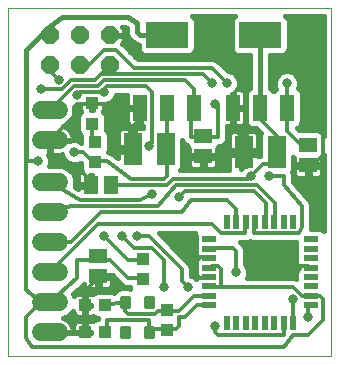
<source format=gtl>
G75*
%MOIN*%
%OFA0B0*%
%FSLAX24Y24*%
%IPPOS*%
%LPD*%
%AMOC8*
5,1,8,0,0,1.08239X$1,22.5*
%
%ADD10C,0.0000*%
%ADD11R,0.0500X0.0220*%
%ADD12R,0.0220X0.0500*%
%ADD13C,0.0175*%
%ADD14R,0.0433X0.0394*%
%ADD15R,0.0591X0.0512*%
%ADD16R,0.0425X0.0413*%
%ADD17C,0.0600*%
%ADD18R,0.0480X0.0880*%
%ADD19R,0.1417X0.0866*%
%ADD20R,0.0630X0.1063*%
%ADD21R,0.0512X0.0591*%
%ADD22OC8,0.0600*%
%ADD23C,0.0120*%
%ADD24C,0.0317*%
%ADD25C,0.0160*%
D10*
X000180Y000547D02*
X000180Y012143D01*
X010950Y012143D01*
X010950Y000547D01*
X000180Y000547D01*
D11*
X006890Y002245D03*
X006890Y002560D03*
X006890Y002875D03*
X006890Y003190D03*
X006890Y003504D03*
X006890Y003819D03*
X006890Y004134D03*
X006890Y004449D03*
X010270Y004449D03*
X010270Y004134D03*
X010270Y003819D03*
X010270Y003504D03*
X010270Y003190D03*
X010270Y002875D03*
X010270Y002560D03*
X010270Y002245D03*
D12*
X009682Y001657D03*
X009367Y001657D03*
X009052Y001657D03*
X008737Y001657D03*
X008423Y001657D03*
X008108Y001657D03*
X007793Y001657D03*
X007478Y001657D03*
X007478Y005037D03*
X007793Y005037D03*
X008108Y005037D03*
X008423Y005037D03*
X008737Y005037D03*
X009052Y005037D03*
X009367Y005037D03*
X009682Y005037D03*
D13*
X004968Y002485D02*
X004968Y002209D01*
X004792Y002209D01*
X004792Y002485D01*
X004968Y002485D01*
X004968Y002383D02*
X004792Y002383D01*
X004168Y002485D02*
X004168Y002209D01*
X003992Y002209D01*
X003992Y002485D01*
X004168Y002485D01*
X004168Y002383D02*
X003992Y002383D01*
X004168Y001485D02*
X004168Y001209D01*
X003992Y001209D01*
X003992Y001485D01*
X004168Y001485D01*
X004168Y001383D02*
X003992Y001383D01*
X004968Y001485D02*
X004968Y001209D01*
X004792Y001209D01*
X004792Y001485D01*
X004968Y001485D01*
X004968Y001383D02*
X004792Y001383D01*
D14*
X005480Y001412D03*
X005480Y002082D03*
X004680Y003112D03*
X004680Y003782D03*
X003415Y002247D03*
X002745Y002247D03*
X002745Y001347D03*
X003415Y001347D03*
X003080Y007012D03*
X003080Y007682D03*
D15*
X003180Y003882D03*
X003180Y003212D03*
X006680Y007212D03*
X006680Y007882D03*
X010180Y007582D03*
X010180Y006912D03*
D16*
X002980Y008303D03*
X002980Y008992D03*
D17*
X001880Y008747D02*
X001280Y008747D01*
X001280Y007747D02*
X001880Y007747D01*
X001880Y006347D02*
X001280Y006347D01*
X001280Y005347D02*
X001880Y005347D01*
X001880Y004347D02*
X001280Y004347D01*
X001280Y003347D02*
X001880Y003347D01*
X001880Y002347D02*
X001280Y002347D01*
X001280Y001347D02*
X001880Y001347D01*
D18*
X004570Y008827D03*
X005480Y008827D03*
X006390Y008827D03*
X007670Y008827D03*
X008580Y008827D03*
X009490Y008827D03*
D19*
X008580Y011267D03*
X005480Y011267D03*
D20*
X005431Y007447D03*
X004329Y007447D03*
X008029Y007347D03*
X009131Y007347D03*
D21*
X003615Y006247D03*
X002945Y006247D03*
D22*
X002580Y010247D03*
X002580Y011247D03*
X001580Y011247D03*
X001580Y010247D03*
X003580Y010247D03*
X003580Y011247D03*
D23*
X003380Y010747D02*
X002880Y010247D01*
X002580Y010247D01*
X002280Y009747D02*
X003080Y009747D01*
X003280Y009947D01*
X006680Y009947D01*
X006980Y009647D01*
X006980Y010147D02*
X007480Y009647D01*
X007680Y009247D02*
X007680Y008847D01*
X007670Y008827D01*
X007680Y008747D01*
X007680Y008147D01*
X007980Y007847D01*
X007980Y007347D01*
X008029Y007347D01*
X008080Y007347D01*
X007980Y007247D01*
X006680Y007247D01*
X006680Y007212D01*
X006680Y007247D02*
X006280Y007247D01*
X006180Y007147D01*
X006180Y006847D01*
X006080Y006847D01*
X005680Y006447D02*
X005480Y006247D01*
X003615Y006247D01*
X003580Y006247D01*
X003080Y007012D02*
X002980Y007047D01*
X002680Y007347D01*
X002380Y007347D01*
X002380Y006947D02*
X001580Y006947D01*
X001580Y007747D01*
X002380Y008547D01*
X002380Y008847D01*
X002480Y008947D01*
X002980Y008947D01*
X002980Y008992D01*
X002980Y008947D02*
X003880Y008947D01*
X003980Y008847D01*
X004480Y008847D01*
X004570Y008827D01*
X004580Y008747D01*
X004580Y008447D01*
X004280Y008147D01*
X004280Y007447D01*
X004329Y007447D01*
X004880Y007547D02*
X004980Y007647D01*
X004980Y009347D01*
X004780Y009547D01*
X003480Y009547D01*
X003280Y009347D01*
X003380Y009347D01*
X003280Y009347D02*
X002580Y009347D01*
X002480Y009247D01*
X002380Y009547D02*
X001580Y008747D01*
X001280Y009447D02*
X001980Y009447D01*
X002280Y009747D01*
X002380Y009547D02*
X003180Y009547D01*
X003380Y009747D01*
X006080Y009747D01*
X006380Y009447D01*
X006380Y008847D01*
X006390Y008827D01*
X006280Y008747D01*
X006280Y007847D01*
X006680Y007847D01*
X006680Y007882D01*
X006680Y007847D02*
X007180Y007847D01*
X007180Y008947D01*
X007080Y008947D01*
X007680Y009247D02*
X007980Y009647D01*
X008580Y008827D02*
X008580Y008447D01*
X009180Y007847D01*
X009180Y007347D01*
X009131Y007347D01*
X009180Y007347D02*
X009180Y007047D01*
X009080Y006947D01*
X008680Y006947D01*
X008280Y006547D01*
X008180Y006447D01*
X005680Y006447D01*
X005480Y006547D02*
X005480Y007447D01*
X005431Y007447D01*
X005480Y007447D02*
X005480Y008827D01*
X004380Y010147D02*
X003780Y010747D01*
X003380Y010747D01*
X003580Y010247D02*
X003280Y009947D01*
X004380Y010147D02*
X006980Y010147D01*
X008480Y011247D02*
X008580Y011347D01*
X008480Y011247D02*
X008580Y011147D01*
X009480Y009647D02*
X009480Y008847D01*
X009490Y008827D01*
X009480Y008747D01*
X009480Y008047D01*
X009980Y007547D01*
X010180Y007547D01*
X010180Y007582D01*
X010680Y007247D02*
X010380Y006947D01*
X010215Y006947D01*
X010180Y006912D01*
X010680Y007247D02*
X010680Y007947D01*
X010180Y008247D01*
X009380Y006547D02*
X008880Y006547D01*
X008480Y006247D02*
X005780Y006247D01*
X005180Y005547D01*
X002280Y005547D01*
X001580Y005347D01*
X001580Y004347D02*
X002280Y004347D01*
X003280Y005347D01*
X005980Y005347D01*
X006280Y005747D01*
X007480Y005747D01*
X007780Y005447D01*
X007780Y005047D01*
X007793Y005037D01*
X008080Y004947D02*
X008080Y004647D01*
X007280Y004647D01*
X006980Y004947D01*
X003180Y004947D01*
X001580Y003347D01*
X002480Y003147D02*
X001580Y002347D01*
X001280Y002347D01*
X000780Y001847D01*
X000780Y001147D01*
X000980Y000847D01*
X009380Y000847D01*
X009680Y001247D01*
X010180Y001247D01*
X010680Y001747D01*
X010680Y002447D01*
X010580Y002547D01*
X010280Y002547D01*
X010270Y002560D01*
X010180Y002547D01*
X009980Y002547D01*
X009680Y002847D01*
X007280Y002847D01*
X007280Y003447D01*
X007180Y003547D01*
X006980Y003547D01*
X006890Y003504D01*
X006890Y003190D02*
X006880Y003147D01*
X006480Y003147D01*
X006480Y003847D01*
X006480Y004547D01*
X005880Y004547D01*
X005380Y003747D02*
X004980Y004147D01*
X004380Y004147D01*
X003980Y004547D01*
X004480Y004547D02*
X004880Y004547D01*
X005980Y003447D01*
X005980Y003047D01*
X006180Y002847D01*
X006380Y002547D02*
X005880Y002047D01*
X005480Y002047D01*
X005480Y002082D01*
X005480Y002047D02*
X005180Y002047D01*
X005080Y001947D01*
X004180Y001947D01*
X004080Y002047D01*
X004080Y002347D01*
X003415Y002247D01*
X003480Y001747D02*
X004880Y001747D01*
X004880Y001347D01*
X004880Y001447D01*
X005480Y001447D01*
X005480Y001412D01*
X005480Y001447D02*
X005780Y001447D01*
X005880Y001547D01*
X005880Y001847D01*
X006080Y001847D01*
X006480Y002247D01*
X006880Y002247D01*
X006890Y002245D01*
X006880Y002547D02*
X006890Y002560D01*
X006880Y002547D02*
X006380Y002547D01*
X006890Y002875D02*
X006980Y002847D01*
X007280Y002847D01*
X007780Y003347D02*
X007780Y004047D01*
X007680Y004147D01*
X006980Y004147D01*
X006890Y004134D01*
X006880Y003847D02*
X006890Y003819D01*
X006880Y003847D02*
X006480Y003847D01*
X005380Y003747D02*
X005380Y002847D01*
X004680Y003112D02*
X004680Y003147D01*
X004180Y003147D01*
X003580Y003747D01*
X003280Y003747D01*
X003180Y003882D01*
X003280Y003747D02*
X002480Y003747D01*
X002480Y003147D01*
X002780Y002747D02*
X002780Y002447D01*
X002880Y002347D01*
X002780Y002247D01*
X002745Y002247D01*
X002780Y002347D01*
X002780Y002247D01*
X002780Y001347D01*
X002745Y001347D01*
X001580Y001347D01*
X001280Y002347D02*
X000780Y002747D01*
X000780Y007047D01*
X001180Y007047D01*
X001580Y006347D02*
X002580Y005747D01*
X004580Y005747D01*
X004980Y005947D01*
X005380Y006447D02*
X005480Y006547D01*
X005380Y006447D02*
X004280Y006447D01*
X003480Y007047D01*
X002980Y007047D01*
X002980Y007647D02*
X003080Y007682D01*
X002980Y007682D01*
X002980Y008303D01*
X002380Y006947D02*
X002980Y006347D01*
X002980Y006247D01*
X002945Y006247D01*
X003380Y004547D02*
X004180Y003747D01*
X004680Y003747D01*
X004680Y003782D01*
X003280Y003147D02*
X003180Y003212D01*
X003180Y003147D02*
X003280Y003147D01*
X003180Y003147D02*
X002780Y002747D01*
X003480Y001747D02*
X003480Y001347D01*
X003415Y001347D01*
X005880Y005847D02*
X006080Y006047D01*
X008380Y006047D01*
X008780Y005647D01*
X008780Y005047D01*
X008737Y005037D01*
X008423Y005037D02*
X008380Y004947D01*
X008380Y004647D01*
X009880Y004647D01*
X009980Y004847D01*
X009980Y005547D01*
X009380Y006247D01*
X009380Y006547D01*
X008480Y006247D02*
X009080Y005647D01*
X009080Y005047D01*
X009052Y005037D01*
X008108Y005037D02*
X008080Y004947D01*
X009280Y003647D02*
X009380Y003547D01*
X010180Y003547D01*
X010270Y003504D01*
X009680Y002447D02*
X009680Y001747D01*
X009682Y001657D01*
X009380Y001647D02*
X009380Y001247D01*
X007180Y001247D01*
X007080Y001347D01*
X007080Y001547D01*
X009367Y001657D02*
X009380Y001647D01*
X010180Y001847D02*
X010180Y002147D01*
X010270Y002245D01*
X001880Y009747D02*
X001580Y010047D01*
X001580Y010247D01*
D24*
X001880Y009747D03*
X001280Y009447D03*
X002480Y009247D03*
X003380Y009347D03*
X003980Y008847D03*
X004880Y007547D03*
X006080Y006847D03*
X005880Y005847D03*
X004980Y005947D03*
X004480Y004547D03*
X003980Y004547D03*
X003380Y004547D03*
X005380Y002847D03*
X006180Y002847D03*
X007080Y001547D03*
X007780Y003347D03*
X009280Y003647D03*
X009680Y002447D03*
X010180Y001847D03*
X008880Y006547D03*
X008280Y006547D03*
X007080Y008947D03*
X006980Y009647D03*
X007480Y009647D03*
X007980Y009647D03*
X009480Y009647D03*
X010180Y008247D03*
X005880Y004547D03*
X002380Y007347D03*
X001180Y007047D03*
D25*
X001546Y007204D02*
X002008Y007204D01*
X001982Y007268D02*
X002042Y007121D01*
X002154Y007009D01*
X002301Y006949D01*
X002459Y006949D01*
X002597Y007006D01*
X002623Y006979D01*
X002623Y006768D01*
X002645Y006717D01*
X002620Y006710D01*
X002579Y006686D01*
X002545Y006653D01*
X002522Y006612D01*
X002509Y006566D01*
X002509Y006295D01*
X002897Y006295D01*
X002897Y006199D01*
X002509Y006199D01*
X002509Y006139D01*
X002404Y006202D01*
X002420Y006240D01*
X002420Y006454D01*
X002338Y006653D01*
X002186Y006805D01*
X001987Y006887D01*
X001545Y006887D01*
X001578Y006968D01*
X001578Y007126D01*
X001520Y007267D01*
X001560Y007267D01*
X001560Y007727D01*
X001600Y007727D01*
X001600Y007267D01*
X001918Y007267D01*
X001982Y007277D01*
X001982Y007268D01*
X002118Y007046D02*
X001578Y007046D01*
X001545Y006887D02*
X002623Y006887D01*
X002640Y006729D02*
X002262Y006729D01*
X002372Y006570D02*
X002511Y006570D01*
X002509Y006412D02*
X002420Y006412D01*
X002420Y006253D02*
X002897Y006253D01*
X002897Y006295D02*
X002897Y006576D01*
X002993Y006576D01*
X002993Y006295D01*
X002897Y006295D01*
X002897Y006412D02*
X002993Y006412D01*
X002993Y006570D02*
X002897Y006570D01*
X003501Y007351D02*
X003537Y007437D01*
X003537Y007926D01*
X003500Y008014D01*
X003433Y008082D01*
X003433Y008557D01*
X003396Y008645D01*
X003348Y008694D01*
X003360Y008715D01*
X003373Y008761D01*
X003373Y008949D01*
X003459Y008949D01*
X003606Y009009D01*
X003718Y009121D01*
X003770Y009247D01*
X004150Y009247D01*
X004150Y008867D01*
X004530Y008867D01*
X004530Y008787D01*
X004150Y008787D01*
X004150Y008363D01*
X004162Y008317D01*
X004186Y008276D01*
X004220Y008243D01*
X004261Y008219D01*
X004306Y008207D01*
X004530Y008207D01*
X004530Y008787D01*
X004610Y008787D01*
X004610Y008207D01*
X004680Y008207D01*
X004680Y008155D01*
X004667Y008159D01*
X004406Y008159D01*
X004406Y007525D01*
X004251Y007525D01*
X004251Y008159D01*
X003990Y008159D01*
X003944Y008146D01*
X003903Y008123D01*
X003870Y008089D01*
X003846Y008048D01*
X003834Y008002D01*
X003834Y007524D01*
X004251Y007524D01*
X004251Y007370D01*
X003834Y007370D01*
X003834Y007157D01*
X003677Y007274D01*
X003650Y007301D01*
X003630Y007310D01*
X003612Y007323D01*
X003575Y007332D01*
X003540Y007347D01*
X003518Y007347D01*
X003501Y007351D01*
X003506Y007363D02*
X003834Y007363D01*
X003834Y007204D02*
X003771Y007204D01*
X003537Y007521D02*
X004251Y007521D01*
X004251Y007680D02*
X004406Y007680D01*
X004406Y007838D02*
X004251Y007838D01*
X004251Y007997D02*
X004406Y007997D01*
X004406Y008155D02*
X004251Y008155D01*
X004165Y008314D02*
X003433Y008314D01*
X003433Y008472D02*
X004150Y008472D01*
X004150Y008631D02*
X003402Y008631D01*
X003373Y008789D02*
X004530Y008789D01*
X004530Y008631D02*
X004610Y008631D01*
X004610Y008472D02*
X004530Y008472D01*
X004530Y008314D02*
X004610Y008314D01*
X004150Y008948D02*
X003373Y008948D01*
X003702Y009106D02*
X004150Y009106D01*
X003977Y008155D02*
X003433Y008155D01*
X003507Y007997D02*
X003834Y007997D01*
X003834Y007838D02*
X003537Y007838D01*
X003537Y007680D02*
X003834Y007680D01*
X003003Y008749D02*
X003003Y008968D01*
X002957Y008968D01*
X002957Y008749D01*
X003003Y008749D01*
X003003Y008789D02*
X002957Y008789D01*
X002957Y008948D02*
X003003Y008948D01*
X002587Y008860D02*
X002587Y008761D01*
X002600Y008715D01*
X002612Y008694D01*
X002564Y008645D01*
X002527Y008557D01*
X002527Y008048D01*
X002564Y007960D01*
X002623Y007900D01*
X002623Y007667D01*
X002606Y007685D01*
X002459Y007745D01*
X002301Y007745D01*
X002256Y007727D01*
X001600Y007727D01*
X001600Y007767D01*
X002360Y007767D01*
X002360Y007785D01*
X002348Y007859D01*
X002325Y007931D01*
X002291Y007999D01*
X002246Y008060D01*
X002193Y008113D01*
X002132Y008158D01*
X002064Y008192D01*
X002001Y008213D01*
X002186Y008289D01*
X002338Y008441D01*
X002420Y008640D01*
X002420Y008849D01*
X002559Y008849D01*
X002587Y008860D01*
X002587Y008789D02*
X002420Y008789D01*
X002416Y008631D02*
X002558Y008631D01*
X002527Y008472D02*
X002351Y008472D01*
X002210Y008314D02*
X002527Y008314D01*
X002527Y008155D02*
X002135Y008155D01*
X002292Y007997D02*
X002549Y007997D01*
X002623Y007838D02*
X002352Y007838D01*
X002611Y007680D02*
X002623Y007680D01*
X001600Y007680D02*
X001560Y007680D01*
X001560Y007521D02*
X001600Y007521D01*
X001600Y007363D02*
X001560Y007363D01*
X000780Y007047D02*
X000780Y010747D01*
X001280Y011247D01*
X001580Y011247D01*
X001580Y011547D01*
X001980Y011847D01*
X004180Y011847D01*
X004480Y011647D01*
X004480Y011347D01*
X004580Y011247D01*
X005480Y011247D01*
X005480Y011267D01*
X006236Y010594D02*
X006325Y010631D01*
X006392Y010698D01*
X006429Y010786D01*
X006429Y011748D01*
X006392Y011836D01*
X006325Y011903D01*
X007735Y011903D01*
X007668Y011836D01*
X007631Y011748D01*
X007631Y010786D01*
X007668Y010698D01*
X007735Y010631D01*
X007824Y010594D01*
X008260Y010594D01*
X008260Y009494D01*
X008204Y009470D01*
X008137Y009403D01*
X008100Y009315D01*
X008100Y008339D01*
X008137Y008251D01*
X008204Y008184D01*
X008292Y008147D01*
X008456Y008147D01*
X008606Y007997D01*
X008576Y007926D01*
X008576Y007229D01*
X008524Y007207D01*
X008524Y007270D01*
X008106Y007270D01*
X008106Y007424D01*
X008524Y007424D01*
X008524Y007902D01*
X008512Y007948D01*
X008488Y007989D01*
X008454Y008023D01*
X008413Y008046D01*
X008367Y008059D01*
X008106Y008059D01*
X008106Y007425D01*
X007951Y007425D01*
X007951Y008059D01*
X007690Y008059D01*
X007644Y008046D01*
X007603Y008023D01*
X007570Y007989D01*
X007546Y007948D01*
X007534Y007902D01*
X007534Y007424D01*
X007951Y007424D01*
X007951Y007270D01*
X007534Y007270D01*
X007534Y006792D01*
X007546Y006747D01*
X005917Y006747D01*
X005950Y006780D01*
X005986Y006868D01*
X005986Y007773D01*
X006026Y007677D01*
X006110Y007593D01*
X006145Y007578D01*
X006181Y007490D01*
X006205Y007466D01*
X006205Y007260D01*
X006632Y007260D01*
X006632Y007164D01*
X006728Y007164D01*
X006728Y006776D01*
X006999Y006776D01*
X007045Y006789D01*
X007086Y006812D01*
X007119Y006846D01*
X007143Y006887D01*
X007155Y006933D01*
X007155Y007164D01*
X006728Y007164D01*
X006728Y007260D01*
X007155Y007260D01*
X007155Y007466D01*
X007179Y007490D01*
X007202Y007547D01*
X007240Y007547D01*
X007350Y007593D01*
X007434Y007677D01*
X007480Y007787D01*
X007480Y008207D01*
X007630Y008207D01*
X007630Y008787D01*
X007710Y008787D01*
X007710Y008207D01*
X007934Y008207D01*
X007980Y008219D01*
X008021Y008243D01*
X008054Y008276D01*
X008078Y008317D01*
X008090Y008363D01*
X008090Y008787D01*
X007710Y008787D01*
X007710Y008867D01*
X007710Y009314D01*
X007706Y009309D01*
X007630Y009278D01*
X007630Y008867D01*
X007710Y008867D01*
X008090Y008867D01*
X008090Y009291D01*
X008078Y009336D01*
X008054Y009377D01*
X008021Y009411D01*
X007980Y009435D01*
X007934Y009447D01*
X007828Y009447D01*
X007878Y009568D01*
X007878Y009726D01*
X007818Y009873D01*
X007706Y009985D01*
X007559Y010045D01*
X007506Y010045D01*
X007234Y010317D01*
X007150Y010401D01*
X007040Y010447D01*
X004504Y010447D01*
X004034Y010917D01*
X003982Y010970D01*
X004060Y011048D01*
X004060Y011227D01*
X003600Y011227D01*
X003600Y011267D01*
X004060Y011267D01*
X004060Y011446D01*
X003979Y011527D01*
X004083Y011527D01*
X004160Y011476D01*
X004160Y011283D01*
X004209Y011166D01*
X004309Y011066D01*
X004309Y011066D01*
X004399Y010976D01*
X004516Y010927D01*
X004531Y010927D01*
X004531Y010786D01*
X004568Y010698D01*
X004635Y010631D01*
X004724Y010594D01*
X006236Y010594D01*
X006385Y010691D02*
X007675Y010691D01*
X007631Y010850D02*
X006429Y010850D01*
X006429Y011008D02*
X007631Y011008D01*
X007631Y011167D02*
X006429Y011167D01*
X006429Y011325D02*
X007631Y011325D01*
X007631Y011484D02*
X006429Y011484D01*
X006429Y011642D02*
X007631Y011642D01*
X007653Y011801D02*
X006407Y011801D01*
X007177Y010374D02*
X008260Y010374D01*
X008260Y010216D02*
X007336Y010216D01*
X007494Y010057D02*
X008260Y010057D01*
X008260Y009899D02*
X007792Y009899D01*
X007873Y009740D02*
X008260Y009740D01*
X008260Y009582D02*
X007878Y009582D01*
X008000Y009423D02*
X008157Y009423D01*
X008100Y009265D02*
X008090Y009265D01*
X008090Y009106D02*
X008100Y009106D01*
X008090Y008948D02*
X008100Y008948D01*
X008100Y008789D02*
X007710Y008789D01*
X007710Y008631D02*
X007630Y008631D01*
X007630Y008472D02*
X007710Y008472D01*
X007710Y008314D02*
X007630Y008314D01*
X007480Y008155D02*
X008273Y008155D01*
X008480Y007997D02*
X008605Y007997D01*
X008576Y007838D02*
X008524Y007838D01*
X008524Y007680D02*
X008576Y007680D01*
X008576Y007521D02*
X008524Y007521D01*
X008576Y007363D02*
X008106Y007363D01*
X008106Y007270D02*
X007951Y007270D01*
X007951Y006782D01*
X008054Y006885D01*
X008106Y006906D01*
X008106Y007270D01*
X008106Y007204D02*
X007951Y007204D01*
X007951Y007046D02*
X008106Y007046D01*
X008060Y006887D02*
X007951Y006887D01*
X007951Y007363D02*
X007155Y007363D01*
X007192Y007521D02*
X007534Y007521D01*
X007534Y007680D02*
X007435Y007680D01*
X007480Y007838D02*
X007534Y007838D01*
X007577Y007997D02*
X007480Y007997D01*
X007951Y007997D02*
X008106Y007997D01*
X008106Y007838D02*
X007951Y007838D01*
X007951Y007680D02*
X008106Y007680D01*
X008106Y007521D02*
X007951Y007521D01*
X007534Y007204D02*
X006728Y007204D01*
X006632Y007204D02*
X005986Y007204D01*
X005986Y007046D02*
X006205Y007046D01*
X006205Y006933D02*
X006205Y007164D01*
X006632Y007164D01*
X006632Y006776D01*
X006361Y006776D01*
X006315Y006789D01*
X006274Y006812D01*
X006241Y006846D01*
X006217Y006887D01*
X006205Y006933D01*
X006217Y006887D02*
X005986Y006887D01*
X005986Y007363D02*
X006205Y007363D01*
X006168Y007521D02*
X005986Y007521D01*
X005986Y007680D02*
X006025Y007680D01*
X006145Y007578D02*
X006145Y007578D01*
X006632Y007046D02*
X006728Y007046D01*
X006728Y006887D02*
X006632Y006887D01*
X007143Y006887D02*
X007534Y006887D01*
X007534Y007046D02*
X007155Y007046D01*
X008076Y008314D02*
X008111Y008314D01*
X008100Y008472D02*
X008090Y008472D01*
X008090Y008631D02*
X008100Y008631D01*
X007710Y008948D02*
X007630Y008948D01*
X007630Y009106D02*
X007710Y009106D01*
X007710Y009265D02*
X007630Y009265D01*
X008580Y008827D02*
X008580Y011147D01*
X008580Y011267D01*
X008580Y011347D01*
X008900Y010594D02*
X009336Y010594D01*
X009425Y010631D01*
X009492Y010698D01*
X009529Y010786D01*
X009529Y011748D01*
X009492Y011836D01*
X009425Y011903D01*
X010710Y011903D01*
X010710Y007898D01*
X010679Y007974D01*
X010611Y008041D01*
X010523Y008078D01*
X009874Y008078D01*
X009796Y008155D01*
X009866Y008184D01*
X009933Y008251D01*
X009970Y008339D01*
X009970Y009315D01*
X009933Y009403D01*
X009866Y009470D01*
X009842Y009480D01*
X009878Y009568D01*
X009878Y009726D01*
X009818Y009873D01*
X009706Y009985D01*
X009559Y010045D01*
X009401Y010045D01*
X009254Y009985D01*
X009142Y009873D01*
X009082Y009726D01*
X009082Y009568D01*
X009121Y009473D01*
X009114Y009470D01*
X009046Y009403D01*
X009035Y009375D01*
X009023Y009403D01*
X008956Y009470D01*
X008900Y009494D01*
X008900Y010594D01*
X008900Y010533D02*
X010710Y010533D01*
X010710Y010691D02*
X009485Y010691D01*
X009529Y010850D02*
X010710Y010850D01*
X010710Y011008D02*
X009529Y011008D01*
X009529Y011167D02*
X010710Y011167D01*
X010710Y011325D02*
X009529Y011325D01*
X009529Y011484D02*
X010710Y011484D01*
X010710Y011642D02*
X009529Y011642D01*
X009507Y011801D02*
X010710Y011801D01*
X010710Y010374D02*
X008900Y010374D01*
X008900Y010216D02*
X010710Y010216D01*
X010710Y010057D02*
X008900Y010057D01*
X008900Y009899D02*
X009168Y009899D01*
X009087Y009740D02*
X008900Y009740D01*
X008900Y009582D02*
X009082Y009582D01*
X009067Y009423D02*
X009003Y009423D01*
X009792Y009899D02*
X010710Y009899D01*
X010710Y009740D02*
X009873Y009740D01*
X009878Y009582D02*
X010710Y009582D01*
X010710Y009423D02*
X009913Y009423D01*
X009970Y009265D02*
X010710Y009265D01*
X010710Y009106D02*
X009970Y009106D01*
X009970Y008948D02*
X010710Y008948D01*
X010710Y008789D02*
X009970Y008789D01*
X009970Y008631D02*
X010710Y008631D01*
X010710Y008472D02*
X009970Y008472D01*
X009959Y008314D02*
X010710Y008314D01*
X010710Y008155D02*
X009797Y008155D01*
X009686Y007185D02*
X009705Y007166D01*
X009705Y006960D01*
X010132Y006960D01*
X010132Y006864D01*
X010228Y006864D01*
X010228Y006476D01*
X010499Y006476D01*
X010545Y006489D01*
X010586Y006512D01*
X010619Y006546D01*
X010643Y006587D01*
X010655Y006633D01*
X010655Y006864D01*
X010228Y006864D01*
X010228Y006960D01*
X010655Y006960D01*
X010655Y007166D01*
X010679Y007190D01*
X010710Y007265D01*
X010710Y004709D01*
X010656Y004763D01*
X010568Y004799D01*
X010280Y004799D01*
X010280Y004836D01*
X010283Y004885D01*
X010280Y004896D01*
X010280Y005535D01*
X010284Y005584D01*
X010280Y005595D01*
X010280Y005607D01*
X010262Y005651D01*
X010247Y005697D01*
X010239Y005706D01*
X010234Y005717D01*
X010200Y005751D01*
X009680Y006358D01*
X009680Y006607D01*
X009650Y006680D01*
X009686Y006768D01*
X009686Y007185D01*
X009686Y007046D02*
X009705Y007046D01*
X009686Y006887D02*
X010132Y006887D01*
X010132Y006864D02*
X009705Y006864D01*
X009705Y006633D01*
X009717Y006587D01*
X009741Y006546D01*
X009774Y006512D01*
X009815Y006489D01*
X009861Y006476D01*
X010132Y006476D01*
X010132Y006864D01*
X010228Y006887D02*
X010710Y006887D01*
X010710Y006729D02*
X010655Y006729D01*
X010633Y006570D02*
X010710Y006570D01*
X010710Y006412D02*
X009680Y006412D01*
X009680Y006570D02*
X009727Y006570D01*
X009705Y006729D02*
X009670Y006729D01*
X010132Y006729D02*
X010228Y006729D01*
X010228Y006570D02*
X010132Y006570D01*
X009770Y006253D02*
X010710Y006253D01*
X010710Y006095D02*
X009906Y006095D01*
X010042Y005936D02*
X010710Y005936D01*
X010710Y005778D02*
X010178Y005778D01*
X010275Y005619D02*
X010710Y005619D01*
X010710Y005461D02*
X010280Y005461D01*
X010280Y005302D02*
X010710Y005302D01*
X010710Y005144D02*
X010280Y005144D01*
X010280Y004985D02*
X010710Y004985D01*
X010710Y004827D02*
X010280Y004827D01*
X009780Y004347D02*
X009780Y003662D01*
X009817Y003574D01*
X009840Y003550D01*
X009840Y003505D01*
X009888Y003505D01*
X009888Y003504D02*
X009888Y003504D01*
X009888Y003505D01*
X009888Y003504D02*
X009840Y003504D01*
X009840Y003459D01*
X009817Y003435D01*
X009780Y003347D01*
X009780Y003130D01*
X009740Y003147D01*
X008128Y003147D01*
X008178Y003268D01*
X008178Y003426D01*
X008118Y003573D01*
X008080Y003610D01*
X008080Y004107D01*
X008034Y004217D01*
X007934Y004317D01*
X007904Y004347D01*
X008140Y004347D01*
X008230Y004384D01*
X008320Y004347D01*
X009780Y004347D01*
X009780Y004193D02*
X008044Y004193D01*
X008080Y004034D02*
X009780Y004034D01*
X009780Y003876D02*
X008080Y003876D01*
X008080Y003717D02*
X009780Y003717D01*
X009832Y003559D02*
X008124Y003559D01*
X008178Y003400D02*
X009802Y003400D01*
X009780Y003242D02*
X008168Y003242D01*
X008149Y004351D02*
X008311Y004351D01*
X006508Y003819D02*
X006508Y003819D01*
X006508Y003819D01*
X006460Y003819D01*
X006460Y003774D01*
X006437Y003750D01*
X006400Y003662D01*
X006400Y003347D01*
X006437Y003259D01*
X006460Y003235D01*
X006460Y003190D01*
X006508Y003190D01*
X006508Y003190D01*
X006508Y003190D01*
X006460Y003190D01*
X006460Y003144D01*
X006453Y003137D01*
X006406Y003185D01*
X006280Y003237D01*
X006280Y003507D01*
X006234Y003617D01*
X006150Y003701D01*
X005204Y004647D01*
X006417Y004647D01*
X006400Y004607D01*
X006400Y003977D01*
X006437Y003888D01*
X006460Y003865D01*
X006460Y003819D01*
X006508Y003819D01*
X006449Y003876D02*
X005976Y003876D01*
X005817Y004034D02*
X006400Y004034D01*
X006400Y004193D02*
X005659Y004193D01*
X005500Y004351D02*
X006400Y004351D01*
X006400Y004510D02*
X005342Y004510D01*
X006134Y003717D02*
X006423Y003717D01*
X006400Y003559D02*
X006259Y003559D01*
X006280Y003400D02*
X006400Y003400D01*
X006454Y003242D02*
X006280Y003242D01*
X004249Y002805D02*
X004233Y002812D01*
X003927Y002812D01*
X003807Y002762D01*
X003715Y002670D01*
X003714Y002669D01*
X003679Y002684D01*
X003150Y002684D01*
X003062Y002647D01*
X003027Y002613D01*
X002986Y002624D01*
X002764Y002624D01*
X002764Y002265D01*
X002958Y002265D01*
X002958Y002229D01*
X002764Y002229D01*
X002764Y002265D01*
X002727Y002265D01*
X002727Y002624D01*
X002505Y002624D01*
X002459Y002612D01*
X002418Y002588D01*
X002385Y002554D01*
X002381Y002548D01*
X002348Y002628D01*
X002642Y002889D01*
X002650Y002893D01*
X002686Y002929D01*
X002705Y002945D01*
X002705Y002933D01*
X002717Y002887D01*
X002741Y002846D01*
X002774Y002812D01*
X002815Y002789D01*
X002861Y002776D01*
X003132Y002776D01*
X003132Y003164D01*
X003228Y003164D01*
X003228Y002776D01*
X003499Y002776D01*
X003545Y002789D01*
X003586Y002812D01*
X003619Y002846D01*
X003643Y002887D01*
X003655Y002933D01*
X003655Y003164D01*
X003228Y003164D01*
X003228Y003260D01*
X003642Y003260D01*
X003926Y002977D01*
X004010Y002893D01*
X004120Y002847D01*
X004232Y002847D01*
X004249Y002805D01*
X003978Y002925D02*
X003653Y002925D01*
X003655Y003083D02*
X003820Y003083D01*
X003661Y003242D02*
X003228Y003242D01*
X003228Y003083D02*
X003132Y003083D01*
X003132Y002925D02*
X003228Y002925D01*
X002707Y002925D02*
X002682Y002925D01*
X002503Y002766D02*
X003816Y002766D01*
X003181Y001810D02*
X003180Y001807D01*
X003180Y001784D01*
X003150Y001784D01*
X003062Y001747D01*
X003027Y001713D01*
X002986Y001724D01*
X002764Y001724D01*
X002764Y001365D01*
X002958Y001365D01*
X002958Y001329D01*
X002764Y001329D01*
X002764Y001365D01*
X002727Y001365D01*
X002727Y001329D01*
X002349Y001329D01*
X002349Y001327D01*
X001600Y001327D01*
X001600Y001367D01*
X002349Y001367D01*
X002349Y001365D01*
X002727Y001365D01*
X002727Y001724D01*
X002505Y001724D01*
X002459Y001712D01*
X002418Y001688D01*
X002385Y001654D01*
X002361Y001613D01*
X002349Y001568D01*
X002349Y001455D01*
X002348Y001459D01*
X002325Y001531D01*
X002291Y001599D01*
X002246Y001660D01*
X002193Y001713D01*
X002132Y001758D01*
X002064Y001792D01*
X002001Y001813D01*
X002186Y001889D01*
X002338Y002041D01*
X002349Y002068D01*
X002349Y002026D01*
X002361Y001981D01*
X002385Y001940D01*
X002418Y001906D01*
X002459Y001882D01*
X002505Y001870D01*
X002727Y001870D01*
X002727Y002229D01*
X002764Y002229D01*
X002764Y001870D01*
X002986Y001870D01*
X003027Y001881D01*
X003062Y001847D01*
X003150Y001810D01*
X003181Y001810D01*
X003139Y001815D02*
X002007Y001815D01*
X002248Y001657D02*
X002387Y001657D01*
X002349Y001498D02*
X002336Y001498D01*
X002365Y001974D02*
X002270Y001974D01*
X002727Y001974D02*
X002764Y001974D01*
X002764Y002132D02*
X002727Y002132D01*
X002727Y002291D02*
X002764Y002291D01*
X002764Y002449D02*
X002727Y002449D01*
X002727Y002608D02*
X002764Y002608D01*
X002452Y002608D02*
X002357Y002608D01*
X002727Y001657D02*
X002764Y001657D01*
X002764Y001498D02*
X002727Y001498D01*
X002727Y001340D02*
X001600Y001340D01*
X002764Y001340D02*
X002958Y001340D01*
X004419Y010533D02*
X008260Y010533D01*
X010656Y007997D02*
X010710Y007997D01*
X010685Y007204D02*
X010710Y007204D01*
X010710Y007046D02*
X010655Y007046D01*
X004575Y010691D02*
X004260Y010691D01*
X004102Y010850D02*
X004531Y010850D01*
X004366Y011008D02*
X004020Y011008D01*
X004060Y011167D02*
X004208Y011167D01*
X004160Y011325D02*
X004060Y011325D01*
X004022Y011484D02*
X004148Y011484D01*
M02*

</source>
